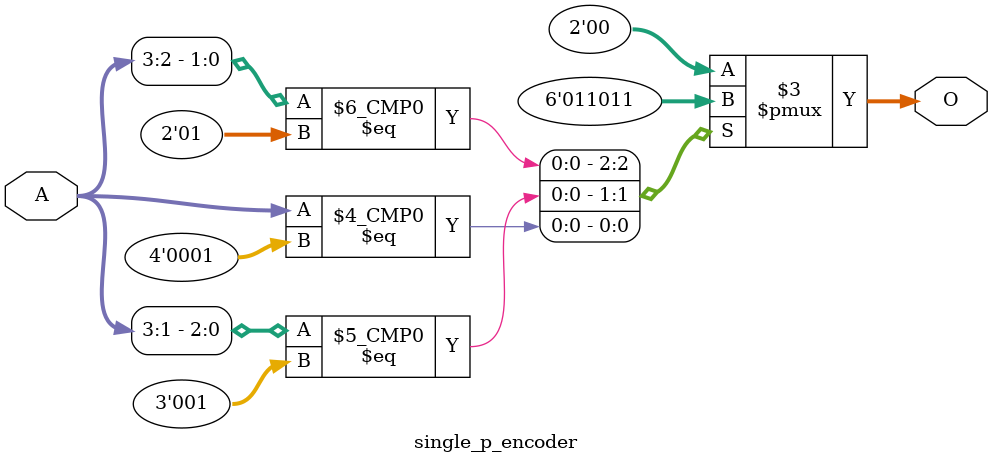
<source format=v>
module single_p_encoder (
    input wire [3:0] A, 
    output reg [1:0] O
);

always @ *

casez (A)
    4'b1???: O = 2'b00;
    4'b01??: O = 2'b01;
    4'b001?: O = 2'b10;
    4'b0001: O = 2'b11; 
    default: O = 2'b00;
endcase
    
endmodule
</source>
